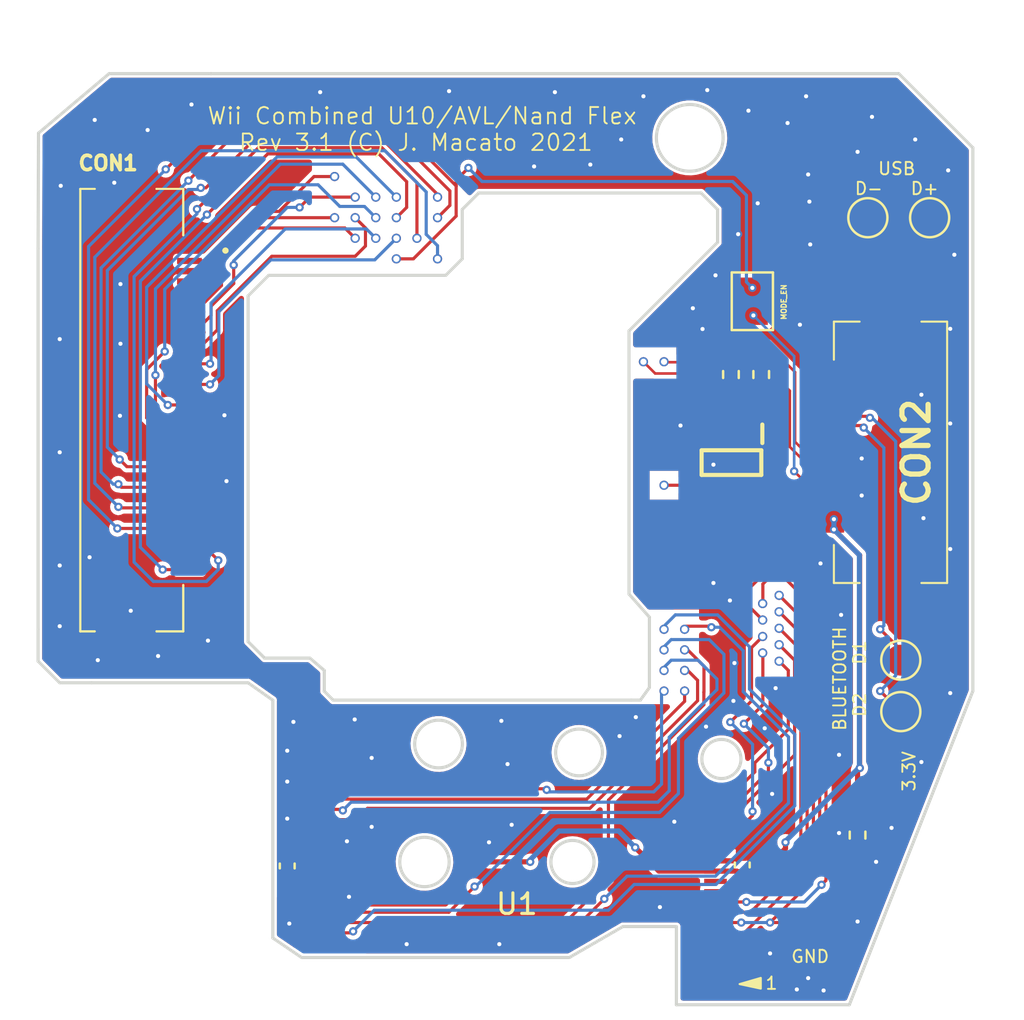
<source format=kicad_pcb>
(kicad_pcb (version 20210722) (generator pcbnew)
  (title_block (title "Wii Combined U10/AVL/Nand Flex ") (rev "3"))
  (layers (0 "F.Cu" signal) (31 "B.Cu" signal) (34 "B.Paste" user) (35 "F.Paste" user) (36 "B.SilkS" user "B.Silkscreen") (37 "F.SilkS" user "F.Silkscreen") (38 "B.Mask" user) (39 "F.Mask" user) (44 "Edge.Cuts" user))
  (net 0 "")
  (net 1 "Net-(J1-Pad1)")
  (net 2 "Net-(J2-Pad1)")
  (net 3 "Net-(J3-Pad1)")
  (net 4 "Net-(J4-Pad1)")
  (net 5 "Net-(J5-Pad1)")
  (net 6 "Net-(J6-Pad1)")
  (net 7 "Net-(J7-Pad1)")
  (net 8 "Net-(J8-Pad1)")
  (net 9 "Net-(J9-Pad1)")
  (net 10 "Net-(J10-Pad1)")
  (net 11 "Net-(J11-Pad1)")
  (net 12 "Net-(J12-Pad1)")
  (net 13 "Net-(J13-Pad1)")
  (net 14 "Net-(J14-Pad1)")
  (net 15 "Net-(J15-Pad1)")
  (net 16 "Net-(J16-Pad1)")
  (net 17 "Net-(J17-Pad1)")
  (net 18 "GND")
  (net 19 "+3V3")
  (net 20 "/SDA")
  (net 21 "/SCL")
  (net 22 "/MODE")
  (net 23 "/BCLK")
  (net 24 "/ADAT")
  (net 25 "/LRCK")
  (net 26 "/CSEL")
  (net 27 "/MHZ")
  (net 28 "/D7")
  (net 29 "/D6")
  (net 30 "/D5")
  (net 31 "/D4")
  (net 32 "/D3")
  (net 33 "/D2")
  (net 34 "/D1")
  (net 35 "/D0")
  (net 36 "/USB_D-")
  (net 37 "/USB_D+")
  (net 38 "/BT_D2")
  (net 39 "/BT_D1")
  (net 40 "/GCD2")
  (net 41 "/GCD1")
  (net 42 "/U10")
  (footprint "project_components:wii-single-via-0.45mm" (layer "F.Cu") (at 156.1 88.7)
    (fp_text reference "J15" hide)
    (fp_text value "Conn_01x01" hide)
  )
  (footprint "Capacitor_SMD:C_0402_1005Metric_Pad0.74x0.62mm_HandSolder" (layer "F.Cu") (at 158.9 99.15 -90)
    (fp_text reference "C1" hide)
    (fp_text value "Bypass Cap" hide)
  )
  (footprint "project_components:wii-single-via-0.45mm" (layer "F.Cu") (at 155.1 80.7)
    (fp_text reference "J36" hide)
    (fp_text value "Conn_01x01" hide)
  )
  (footprint "Resistor_SMD:R_0402_1005Metric_Pad0.72x0.64mm_HandSolder" (layer "F.Cu") (at 164.5 97.7 -90)
    (fp_text reference "R1" hide)
    (fp_text value "R" hide)
  )
  (footprint "project_components:wii-single-via-0.45mm" (layer "F.Cu") (at 144.1 69.7)
    (fp_text reference "J32" hide)
    (fp_text value "Conn_01x01" hide)
  )
  (footprint "project_components:wii-single-via-0.45mm" (layer "F.Cu") (at 144.1 67.7)
    (fp_text reference "J31" hide)
    (fp_text value "Conn_01x01" hide)
  )
  (footprint "project_components:wii-single-via-0.45mm" (layer "F.Cu") (at 140.1 66.7)
    (fp_text reference "J23" hide)
    (fp_text value "Conn_01x01" hide)
  )
  (footprint "TestPoint:TestPoint_Pad_D1.5mm" (layer "F.Cu") (at 166.6 91.7)
    (fp_text reference "TP2" hide)
    (fp_text value "TestPoint" hide)
  )
  (footprint "project_components:wii-single-via-0.45mm" (layer "F.Cu") (at 140.1 67.7)
    (fp_text reference "J24" hide)
    (fp_text value "Conn_01x01" hide)
  )
  (footprint "project_components:5051101692" (layer "F.Cu") (at 166.1 79.1 90)
    (fp_text reference "CON2")
    (fp_text value "5051101692" hide)
  )
  (footprint "project_components:wii-single-via-0.45mm" (layer "F.Cu") (at 155.1 74.7 180)
    (fp_text reference "J38" hide)
    (fp_text value "Conn_01x01" hide)
  )
  (footprint "Resistor_SMD:R_0402_1005Metric_Pad0.72x0.64mm_HandSolder" (layer "F.Cu") (at 158.35 75.32 90)
    (fp_text reference "R3" hide)
    (fp_text value "R")
  )
  (footprint "project_components:wii-single-via-0.45mm" (layer "F.Cu") (at 156.1 89.7)
    (fp_text reference "J13" hide)
    (fp_text value "Conn_01x01" hide)
  )
  (footprint "project_components:wii-single-via-0.45mm" (layer "F.Cu") (at 159.89 87.25)
    (fp_text reference "J4" hide)
    (fp_text value "Conn_01x01" hide)
  )
  (footprint "project_components:wii-single-via-0.45mm" (layer "F.Cu") (at 155.1 90.7)
    (fp_text reference "J10" hide)
    (fp_text value "Conn_01x01" hide)
  )
  (footprint "project_components:wii-single-via-0.45mm" (layer "F.Cu") (at 160.69 88.45)
    (fp_text reference "J7" hide)
    (fp_text value "Conn_01x01" hide)
  )
  (footprint "project_components:wii-single-via-0.45mm" (layer "F.Cu") (at 142.1 69.7)
    (fp_text reference "J33" hide)
    (fp_text value "Conn_01x01" hide)
  )
  (footprint "Jumper:SolderJumper-2_P1.3mm_Open_Pad1.0x1.5mm" (layer "F.Cu") (at 159.39 71.76 90)
    (fp_text reference "JP1" hide)
    (fp_text value "MODE_EN")
  )
  (footprint "project_components:wii-single-via-0.45mm" (layer "F.Cu") (at 144.1 66.7)
    (fp_text reference "J30" hide)
    (fp_text value "Conn_01x01" hide)
  )
  (footprint "project_components:wii-single-via-0.45mm" (layer "F.Cu") (at 155.1 89.7)
    (fp_text reference "J12" hide)
    (fp_text value "Conn_01x01" hide)
  )
  (footprint "project_components:wii-single-via-0.45mm" (layer "F.Cu") (at 142.1 67.7)
    (fp_text reference "J35" hide)
    (fp_text value "Conn_01x01" hide)
  )
  (footprint "project_components:wii-single-via-0.45mm" (layer "F.Cu") (at 154.1 74.7 180)
    (fp_text reference "J37" hide)
    (fp_text value "Conn_01x01" hide)
  )
  (footprint "project_components:wii-single-via-0.45mm" (layer "F.Cu") (at 141.1 67.7)
    (fp_text reference "J29" hide)
    (fp_text value "Conn_01x01" hide)
  )
  (footprint "Capacitor_SMD:C_0402_1005Metric_Pad0.74x0.62mm_HandSolder" (layer "F.Cu") (at 136.8 99.2 -90)
    (fp_text reference "C2" hide)
    (fp_text value "Bypass Cap" hide)
  )
  (footprint "project_components:SOT95P280X125-5N" (layer "F.Cu") (at 158.375 79.6 -90)
    (fp_text reference "U2" hide)
    (fp_text value "BD45302G-TR" hide)
  )
  (footprint "project_components:wii-single-via-0.45mm" (layer "F.Cu") (at 156.1 90.7)
    (fp_text reference "J11" hide)
    (fp_text value "Conn_01x01" hide)
  )
  (footprint "project_components:wii-single-via-0.45mm" (layer "F.Cu") (at 139.1 65.7)
    (fp_text reference "J20" hide)
    (fp_text value "Conn_01x01" hide)
  )
  (footprint "project_components:wii-single-via-0.45mm" (layer "F.Cu") (at 143.1 68.7)
    (fp_text reference "J34" hide)
    (fp_text value "Conn_01x01" hide)
  )
  (footprint "project_components:62684321100ALF" (layer "F.Cu") (at 130.3 77.05 -90)
    (fp_text reference "CON1")
    (fp_text value "62684-321100ALF" hide)
  )
  (footprint "project_components:wii-single-via-0.45mm" (layer "F.Cu") (at 160.69 86.85)
    (fp_text reference "J3" hide)
    (fp_text value "Conn_01x01" hide)
  )
  (footprint "project_components:wii-single-via-0.45mm" (layer "F.Cu") (at 159.89 88.05)
    (fp_text reference "J6" hide)
    (fp_text value "Conn_01x01" hide)
  )
  (footprint "project_components:wii-single-via-0.45mm" (layer "F.Cu") (at 140.1 68.7)
    (fp_text reference "J22" hide)
    (fp_text value "Conn_01x01" hide)
  )
  (footprint "Resistor_SMD:R_0402_1005Metric_Pad0.72x0.64mm_HandSolder" (layer "F.Cu") (at 159.82 75.32 90)
    (fp_text reference "R2" hide)
    (fp_text value "R")
  )
  (footprint "project_components:Wii-TSOP48-trimmed" (layer "F.Cu") (at 147.85 99.2 180)
    (fp_text reference "U1")
    (fp_text value "K9F4G08U0B" hide)
  )
  (footprint "project_components:wii-single-via-0.45mm" (layer "F.Cu") (at 159.89 88.85)
    (fp_text reference "J8" hide)
    (fp_text value "Conn_01x01" hide)
  )
  (footprint "project_components:wii-single-via-0.45mm" (layer "F.Cu") (at 160.69 87.65)
    (fp_text reference "J5" hide)
    (fp_text value "Conn_01x01" hide)
  )
  (footprint "project_components:wii-single-via-0.45mm" (layer "F.Cu") (at 160.69 89.25)
    (fp_text reference "J9" hide)
    (fp_text value "Conn_01x01" hide)
  )
  (footprint "project_components:wii-single-via-0.45mm" (layer "F.Cu") (at 142.1 68.7)
    (fp_text reference "J26" hide)
    (fp_text value "Conn_01x01" hide)
  )
  (footprint "project_components:wii-single-via-0.45mm" (layer "F.Cu") (at 160.69 86.05)
    (fp_text reference "J1" hide)
    (fp_text value "Conn_01x01" hide)
  )
  (footprint "project_components:wii-single-via-0.45mm" (layer "F.Cu") (at 155.1 87.7)
    (fp_text reference "J16" hide)
    (fp_text value "Conn_01x01" hide)
  )
  (footprint "TestPoint:TestPoint_Pad_D1.5mm" (layer "F.Cu") (at 168 67.7)
    (fp_text reference "TP3" hide)
    (fp_text value "TestPoint" hide)
  )
  (footprint "project_components:wii-single-via-0.45mm" (layer "F.Cu") (at 155.1 88.7)
    (fp_text reference "J14" hide)
    (fp_text value "Conn_01x01" hide)
  )
  (footprint "TestPoint:TestPoint_Pad_D1.5mm" (layer "F.Cu") (at 165 67.7)
    (fp_text reference "TP4" hide)
    (fp_text value "TestPoint" hide)
  )
  (footprint "project_components:wii-single-via-0.45mm" (layer "F.Cu") (at 141.1 66.7)
    (fp_text reference "J28" hide)
    (fp_text value "Conn_01x01" hide)
  )
  (footprint "TestPoint:TestPoint_Pad_D1.5mm" (layer "F.Cu") (at 166.6 89.2)
    (fp_text reference "TP1" hide)
    (fp_text value "TestPoint" hide)
  )
  (footprint "project_components:wii-single-via-0.45mm" (layer "F.Cu") (at 159.89 86.45)
    (fp_text reference "J2" hide)
    (fp_text value "Conn_01x01" hide)
  )
  (footprint "project_components:wii-single-via-0.45mm" (layer "F.Cu") (at 141.1 68.7)
    (fp_text reference "J25" hide)
    (fp_text value "Conn_01x01" hide)
  )
  (footprint "project_components:wii-single-via-0.45mm" (layer "F.Cu") (at 139.1 67.7)
    (fp_text reference "J21" hide)
    (fp_text value "Conn_01x01" hide)
  )
  (footprint "project_components:wii-single-via-0.45mm" (layer "F.Cu") (at 142.1 66.7)
    (fp_text reference "J27" hide)
    (fp_text value "Conn_01x01" hide)
  )
  (footprint "project_components:wii-single-via-0.45mm" (layer "F.Cu") (at 156.1 87.7)
    (fp_text reference "J17" hide)
    (fp_text value "Conn_01x01" hide)
  )
  (gr_poly (pts (xy 159.8 105.16) (xy 158.77 104.94) (xy 159.8 104.64)) (layer "F.SilkS") (width 0.1) (fill solid))
  (gr_line (start 153.4 85.99) (end 154.39 87.11) (layer "Edge.Cuts") (width 0.15))
  (gr_line (start 137.9 89.1) (end 138.6 89.7) (layer "Edge.Cuts") (width 0.15))
  (gr_line (start 154.39 90.53) (end 153.96 91.13) (layer "Edge.Cuts") (width 0.15))
  (gr_circle (center 143.466029 99.006254) (end 144.666029 99.006254) (layer "Edge.Cuts") (width 0.15) (fill none))
  (gr_line (start 145.3 69.7) (end 144.5 70.5) (layer "Edge.Cuts") (width 0.15))
  (gr_line (start 136.1 102.7) (end 137.5 103.65) (layer "Edge.Cuts") (width 0.15))
  (gr_line (start 157.7 67.3) (end 156.9 66.5) (layer "Edge.Cuts") (width 0.15))
  (gr_line (start 170.1 64.3) (end 166.5 60.7) (layer "Edge.Cuts") (width 0.15))
  (gr_line (start 127.3 90.3) (end 134.9 90.3) (layer "Edge.Cuts") (width 0.15))
  (gr_circle (center 156.35 63.820062) (end 157.964159 63.681884) (layer "Edge.Cuts") (width 0.15) (fill none))
  (gr_circle (center 150.972595 93.683416) (end 152.1 93.545238) (layer "Edge.Cuts") (width 0.15) (fill none))
  (gr_line (start 124.7 87.7) (end 124.7 69.2) (layer "Edge.Cuts") (width 0.15))
  (gr_line (start 164.1 105.945238) (end 170.1 90.7) (layer "Edge.Cuts") (width 0.15))
  (gr_line (start 134.9 71.5) (end 134.9 88.3) (layer "Edge.Cuts") (width 0.15))
  (gr_line (start 137.5 103.65) (end 150.5 103.65) (layer "Edge.Cuts") (width 0.15))
  (gr_line (start 136.1 91.145238) (end 136.1 102.7) (layer "Edge.Cuts") (width 0.15))
  (gr_line (start 153.1 102.145238) (end 150.5 103.65) (layer "Edge.Cuts") (width 0.15))
  (gr_circle (center 157.887735 94.001876) (end 158.837735 94.001876) (layer "Edge.Cuts") (width 0.15) (fill none))
  (gr_line (start 135.7 89.1) (end 137.9 89.1) (layer "Edge.Cuts") (width 0.15))
  (gr_line (start 153.4 73.2) (end 157.7 68.9) (layer "Edge.Cuts") (width 0.15))
  (gr_line (start 124.7 89.25) (end 125.75 90.3) (layer "Edge.Cuts") (width 0.15))
  (gr_line (start 146.1 66.5) (end 145.3 67.3) (layer "Edge.Cuts") (width 0.15))
  (gr_line (start 139.03 91.14) (end 153.51 91.14) (layer "Edge.Cuts") (width 0.15))
  (gr_line (start 153.51 91.14) (end 153.95 91.14) (layer "Edge.Cuts") (width 0.15))
  (gr_line (start 166.5 60.7) (end 133.1 60.7) (layer "Edge.Cuts") (width 0.15))
  (gr_line (start 134.9 90.3) (end 136.1 91.145238) (layer "Edge.Cuts") (width 0.15))
  (gr_line (start 153.4 73.2) (end 153.4 85.99) (layer "Edge.Cuts") (width 0.15))
  (gr_line (start 125.75 90.3) (end 127.3 90.3) (layer "Edge.Cuts") (width 0.15))
  (gr_line (start 157.7 67.3) (end 157.7 68.9) (layer "Edge.Cuts") (width 0.15))
  (gr_line (start 170.1 90.7) (end 170.1 64.3) (layer "Edge.Cuts") (width 0.15))
  (gr_line (start 155.7 102.145238) (end 155.7 105.945238) (layer "Edge.Cuts") (width 0.15))
  (gr_line (start 124.7 69.2) (end 124.718928 63.591756) (layer "Edge.Cuts") (width 0.15))
  (gr_line (start 154.39 87.11) (end 154.39 90.53) (layer "Edge.Cuts") (width 0.15))
  (gr_line (start 134.9 71.5) (end 135.9 70.5) (layer "Edge.Cuts") (width 0.15))
  (gr_line (start 164.1 105.945238) (end 155.7 105.945238) (layer "Edge.Cuts") (width 0.15))
  (gr_line (start 145.3 67.3) (end 145.3 69.7) (layer "Edge.Cuts") (width 0.15))
  (gr_line (start 134.9 88.3) (end 135.7 89.1) (layer "Edge.Cuts") (width 0.15))
  (gr_line (start 128.15 60.7) (end 124.718928 63.591756) (layer "Edge.Cuts") (width 0.15))
  (gr_line (start 156.9 66.5) (end 146.1 66.5) (layer "Edge.Cuts") (width 0.15))
  (gr_line (start 153.1 102.145238) (end 155.7 102.145238) (layer "Edge.Cuts") (width 0.15))
  (gr_circle (center 150.654135 99.006254) (end 151.7 98.945238) (layer "Edge.Cuts") (width 0.15) (fill none))
  (gr_line (start 153.96 91.13) (end 153.95 91.14) (layer "Edge.Cuts") (width 0.15))
  (gr_line (start 144.5 70.5) (end 135.9 70.5) (layer "Edge.Cuts") (width 0.15))
  (gr_line (start 138.6 89.7) (end 138.6 90.71) (layer "Edge.Cuts") (width 0.15))
  (gr_circle (center 144.148444 93.273967) (end 145.3 93.145238) (layer "Edge.Cuts") (width 0.15) (fill none))
  (gr_line (start 124.7 87.7) (end 124.7 89.25) (layer "Edge.Cuts") (width 0.15))
  (gr_line (start 138.6 90.71) (end 139.03 91.14) (layer "Edge.Cuts") (width 0.15))
  (gr_line (start 133.1 60.7) (end 128.15 60.7) (layer "Edge.Cuts") (width 0.15))
  (gr_text "3.3V" (at 167 94.6 90) (layer "F.SilkS") (effects (font (size 0.6 0.6) (thickness 0.09))))
  (gr_text "1" (at 160.32 104.9) (layer "F.SilkS") (effects (font (size 0.6 0.6) (thickness 0.09))))
  (gr_text "GND" (at 162.2 103.6) (layer "F.SilkS") (effects (font (size 0.6 0.6) (thickness 0.09))))
  (gr_text "Wii Combined U10/AVL/Nand Flex\nRev 3.1 (C) J. Macato 2021 \n" (at 143.35 63.4) (layer "F.SilkS") (effects (font (size 0.8 0.8) (thickness 0.09))))
  (gr_text "USB\nD-   D+\n" (at 166.4 65.8) (layer "F.SilkS") (effects (font (size 0.6 0.6) (thickness 0.09))))
  (gr_text "BLUETOOTH\nD2   D1\n\n" (at 164.6 90.1 90) (layer "F.SilkS") (effects (font (size 0.6 0.6) (thickness 0.09))))
  (segment (start 160.7 86.06) (end 162.35518 87.71518) (width 0.1524) (layer "F.Cu") (net 1))
  (segment (start 159 102.45) (end 157.6 102.45) (width 0.1524) (layer "F.Cu") (net 1))
  (segment (start 162.35518 99.09482) (end 159 102.45) (width 0.1524) (layer "F.Cu") (net 1))
  (segment (start 162.35518 87.71518) (end 162.35518 99.09482) (width 0.1524) (layer "F.Cu") (net 1))
  (segment (start 162.66 86.91) (end 160.95002 85.20002) (width 0.1524) (layer "F.Cu") (net 2))
  (segment (start 164.5 99.305) (end 164.5 98.2975) (width 0.127) (layer "F.Cu") (net 2))
  (segment (start 159.9 85.5) (end 159.9 86.35) (width 0.1524) (layer "F.Cu") (net 2))
  (segment (start 160.19998 85.20002) (end 159.9 85.5) (width 0.1524) (layer "F.Cu") (net 2))
  (segment (start 160.95002 85.20002) (end 160.19998 85.20002) (width 0.1524) (layer "F.Cu") (net 2))
  (segment (start 162.66 99.54) (end 162.66 86.91) (width 0.1524) (layer "F.Cu") (net 2))
  (segment (start 161.6 101.4) (end 162.405 101.4) (width 0.127) (layer "F.Cu") (net 2))
  (segment (start 160.25 101.95) (end 162.66 99.54) (width 0.1524) (layer "F.Cu") (net 2))
  (segment (start 160.25 101.95) (end 161.05 101.95) (width 0.1524) (layer "F.Cu") (net 2))
  (segment (start 161.05 101.95) (end 161.6 101.4) (width 0.1524) (layer "F.Cu") (net 2))
  (segment (start 157.6 101.95) (end 158.85 101.95) (width 0.1524) (layer "F.Cu") (net 2))
  (segment (start 162.405 101.4) (end 164.5 99.305) (width 0.127) (layer "F.Cu") (net 2))
  (via (at 160.25 101.95) (size 0.4) (drill 0.2) (layers "F.Cu" "B.Cu") (net 2))
  (via (at 158.85 101.95) (size 0.4) (drill 0.2) (layers "F.Cu" "B.Cu") (net 2))
  (segment (start 158.85 101.95) (end 160.25 101.95) (width 0.1524) (layer "B.Cu") (net 2))
  (segment (start 162.05036 88.21036) (end 162.05036 98.69964) (width 0.1524) (layer "F.Cu") (net 3))
  (segment (start 159.3 101.45) (end 157.6 101.45) (width 0.1524) (layer "F.Cu") (net 3))
  (segment (start 160.69 86.85) (end 162.05036 88.21036) (width 0.1524) (layer "F.Cu") (net 3))
  (segment (start 162.05036 98.69964) (end 159.3 101.45) (width 0.1524) (layer "F.Cu") (net 3))
  (segment (start 159.89 87.25) (end 159.25 86.61) (width 0.1524) (layer "F.Cu") (net 4))
  (segment (start 162.96482 86.78374) (end 162.96482 99.901197) (width 0.1524) (layer "F.Cu") (net 4))
  (segment (start 162.96482 99.901197) (end 162.75006 100.115957) (width 0.1524) (layer "F.Cu") (net 4))
  (segment (start 160.05 84.9) (end 160.06892 84.9) (width 0.1524) (layer "F.Cu") (net 4))
  (segment (start 159.25 86.61) (end 159.25 85.7) (width 0.1524) (layer "F.Cu") (net 4))
  (segment (start 159.25 85.7) (end 160.05 84.9) (width 0.1524) (layer "F.Cu") (net 4))
  (segment (start 160.07372 84.8952) (end 161.076281 84.895201) (width 0.1524) (layer "F.Cu") (net 4))
  (segment (start 161.076281 84.895201) (end 162.96482 86.78374) (width 0.1524) (layer "F.Cu") (net 4))
  (segment (start 157.6 100.95) (end 159.1 100.95) (width 0.1524) (layer "F.Cu") (net 4))
  (segment (start 160.06892 84.9) (end 160.07372 84.8952) (width 0.1524) (layer "F.Cu") (net 4))
  (via (at 162.75006 100.115957) (size 0.4) (drill 0.2) (layers "F.Cu" "B.Cu") (net 4))
  (via (at 159.1 100.95) (size 0.4) (drill 0.2) (layers "F.Cu" "B.Cu") (net 4))
  (segment (start 159.1 100.95) (end 161.916017 100.95) (width 0.1524) (layer "B.Cu") (net 4))
  (segment (start 161.916017 100.95) (end 162.75006 100.115957) (width 0.1524) (layer "B.Cu") (net 4))
  (segment (start 159.6 100.45) (end 157.6 100.45) (width 0.1524) (layer "F.Cu") (net 5))
  (segment (start 161.74554 98.30446) (end 159.6 100.45) (width 0.1524) (layer "F.Cu") (net 5))
  (segment (start 161.74554 88.70554) (end 161.74554 98.30446) (width 0.1524) (layer "F.Cu") (net 5))
  (segment (start 160.69 87.65) (end 161.74554 88.70554) (width 0.1524) (layer "F.Cu") (net 5))
  (segment (start 159.349989 88.590011) (end 159.9 88.04) (width 0.1524) (layer "F.Cu") (net 6))
  (segment (start 159.4 96.75) (end 159.4 96.55) (width 0.1524) (layer "F.Cu") (net 6))
  (segment (start 158.32 92.21) (end 159.349989 91.180011) (width 0.1524) (layer "F.Cu") (net 6))
  (segment (start 157.6 97.45) (end 158.7 97.45) (width 0.1524) (layer "F.Cu") (net 6))
  (segment (start 158.7 97.45) (end 159.4 96.75) (width 0.1524) (layer "F.Cu") (net 6))
  (segment (start 159.349989 91.180011) (end 159.349989 88.590011) (width 0.1524) (layer "F.Cu") (net 6))
  (via (at 159.4 96.55) (size 0.4) (drill 0.2) (layers "F.Cu" "B.Cu") (net 6))
  (via (at 158.32 92.21) (size 0.4) (drill 0.2) (layers "F.Cu" "B.Cu") (net 6))
  (segment (start 158.32 92.21) (end 159.4 93.29) (width 0.1524) (layer "B.Cu") (net 6))
  (segment (start 159.4 93.29) (end 159.4 96.55) (width 0.1524) (layer "B.Cu") (net 6))
  (segment (start 160.7 88.46) (end 161.44072 89.20072) (width 0.1524) (layer "F.Cu") (net 7))
  (segment (start 161.44072 93.80928) (end 158.3 96.95) (width 0.1524) (layer "F.Cu") (net 7))
  (segment (start 161.44072 89.20072) (end 161.44072 93.80928) (width 0.1524) (layer "F.Cu") (net 7))
  (segment (start 158.3 96.95) (end 157.6 96.95) (width 0.1524) (layer "F.Cu") (net 7))
  (segment (start 157.6 96.45) (end 158.33 96.45) (width 0.1524) (layer "F.Cu") (net 8))
  (segment (start 158.33 96.45) (end 160.169311 94.610689) (width 0.1524) (layer "F.Cu") (net 8))
  (segment (start 158.98 92.29) (end 159.9 91.37) (width 0.1524) (layer "F.Cu") (net 8))
  (segment (start 160.169311 94.610689) (end 160.169311 94.180689) (width 0.1524) (layer "F.Cu") (net 8))
  (segment (start 159.9 91.37) (end 159.9 88.86) (width 0.1524) (layer "F.Cu") (net 8))
  (via (at 160.169311 94.180689) (size 0.4) (drill 0.2) (layers "F.Cu" "B.Cu") (net 8))
  (via (at 158.98 92.29) (size 0.4) (drill 0.2) (layers "F.Cu" "B.Cu") (net 8))
  (segment (start 158.98 92.29) (end 160.169311 93.479311) (width 0.1524) (layer "B.Cu") (net 8))
  (segment (start 160.169311 93.479311) (end 160.169311 94.180689) (width 0.1524) (layer "B.Cu") (net 8))
  (segment (start 161.1359 92.5641) (end 161.1359 89.6959) (width 0.1524) (layer "F.Cu") (net 9))
  (segment (start 158.19 95.95) (end 159.51 94.63) (width 0.1524) (layer "F.Cu") (net 9))
  (segment (start 159.51 94.19) (end 161.1359 92.5641) (width 0.1524) (layer "F.Cu") (net 9))
  (segment (start 159.51 94.63) (end 159.51 94.19) (width 0.1524) (layer "F.Cu") (net 9))
  (segment (start 157.6 95.95) (end 158.19 95.95) (width 0.1524) (layer "F.Cu") (net 9))
  (segment (start 161.1359 89.6959) (end 160.7 89.26) (width 0.1524) (layer "F.Cu") (net 9))
  (segment (start 149.35 95.45) (end 138.1 95.45) (width 0.1524) (layer "F.Cu") (net 10))
  (segment (start 149.4 95.5) (end 149.35 95.45) (width 0.1524) (layer "F.Cu") (net 10))
  (via (at 149.4 95.5) (size 0.4) (drill 0.2) (layers "F.Cu" "B.Cu") (net 10))
  (segment (start 149.4 95.5) (end 149.5 95.6) (width 0.1524) (layer "B.Cu") (net 10))
  (segment (start 154.98 90.82) (end 155.1 90.7) (width 0.1524) (layer "B.Cu") (net 10))
  (segment (start 149.5 95.6) (end 154.6 95.6) (width 0.1524) (layer "B.Cu") (net 10))
  (segment (start 154.98 95.22) (end 154.98 90.82) (width 0.1524) (layer "B.Cu") (net 10))
  (segment (start 154.6 95.6) (end 154.98 95.22) (width 0.1524) (layer "B.Cu") (net 10))
  (segment (start 156.1 91.2) (end 151.35 95.95) (width 0.1524) (layer "F.Cu") (net 11))
  (segment (start 156.1 90.55) (end 156.1 91.2) (width 0.1524) (layer "F.Cu") (net 11))
  (segment (start 151.35 95.95) (end 138.1 95.95) (width 0.1524) (layer "F.Cu") (net 11))
  (segment (start 139.45 96.45) (end 139.5 96.5) (width 0.1524) (layer "F.Cu") (net 12))
  (segment (start 138.1 96.45) (end 139.45 96.45) (width 0.1524) (layer "F.Cu") (net 12))
  (via (at 139.5 96.5) (size 0.4) (drill 0.2) (layers "F.Cu" "B.Cu") (net 12))
  (segment (start 157.67 90.12) (end 156.75 89.2) (width 0.1524) (layer "B.Cu") (net 12))
  (segment (start 157.67 90.63) (end 157.67 90.12) (width 0.1524) (layer "B.Cu") (net 12))
  (segment (start 139.9 96.1) (end 154.8 96.1) (width 0.1524) (layer "B.Cu") (net 12))
  (segment (start 154.8 96.1) (end 155.35402 95.54598) (width 0.1524) (layer "B.Cu") (net 12))
  (segment (start 155.35402 95.54598) (end 155.35402 92.94598) (width 0.1524) (layer "B.Cu") (net 12))
  (segment (start 155.45 89.2) (end 155.1 89.55) (width 0.1524) (layer "B.Cu") (net 12))
  (segment (start 139.5 96.5) (end 139.9 96.1) (width 0.1524) (layer "B.Cu") (net 12))
  (segment (start 156.75 89.2) (end 155.45 89.2) (width 0.1524) (layer "B.Cu") (net 12))
  (segment (start 155.35402 92.94598) (end 157.67 90.63) (width 0.1524) (layer "B.Cu") (net 12))
  (segment (start 156.73 90.18) (end 156.73 91.17) (width 0.1524) (layer "F.Cu") (net 13))
  (segment (start 140.15 96.95) (end 138.1 96.95) (width 0.1524) (layer "F.Cu") (net 13))
  (segment (start 151.5 96.4) (end 140.7 96.4) (width 0.1524) (layer "F.Cu") (net 13))
  (segment (start 140.7 96.4) (end 140.15 96.95) (width 0.1524) (layer "F.Cu") (net 13))
  (segment (start 156.1 89.55) (end 156.73 90.18) (width 0.1524) (layer "F.Cu") (net 13))
  (segment (start 156.73 91.17) (end 151.5 96.4) (width 0.1524) (layer "F.Cu") (net 13))
  (segment (start 145.9 100.2) (end 144.65 101.45) (width 0.1524) (layer "F.Cu") (net 14))
  (segment (start 144.65 101.45) (end 138.1 101.45) (width 0.1524) (layer "F.Cu") (net 14))
  (via (at 145.9 100.2) (size 0.4) (drill 0.2) (layers "F.Cu" "B.Cu") (net 14))
  (segment (start 155.8 93) (end 158.01 90.79) (width 0.1524) (layer "B.Cu") (net 14))
  (segment (start 149.55 96.6) (end 154.88108 96.6) (width 0.1524) (layer "B.Cu") (net 14))
  (segment (start 158.01 90.79) (end 158.01 88.915548) (width 0.1524) (layer "B.Cu") (net 14))
  (segment (start 154.88108 96.6) (end 155.8 95.68108) (width 0.1524) (layer "B.Cu") (net 14))
  (segment (start 145.95 100.2) (end 149.55 96.6) (width 0.1524) (layer "B.Cu") (net 14))
  (segment (start 145.9 100.2) (end 145.95 100.2) (width 0.1524) (layer "B.Cu") (net 14))
  (segment (start 157.294452 88.2) (end 155.45 88.2) (width 0.1524) (layer "B.Cu") (net 14))
  (segment (start 158.01 88.915548) (end 157.294452 88.2) (width 0.1524) (layer "B.Cu") (net 14))
  (segment (start 155.8 95.68108) (end 155.8 93) (width 0.1524) (layer "B.Cu") (net 14))
  (segment (start 155.45 88.2) (end 155.1 88.55) (width 0.1524) (layer "B.Cu") (net 14))
  (segment (start 157.03482 90.75518) (end 157.03482 91.36518) (width 0.1524) (layer "F.Cu") (net 15))
  (segment (start 157.03482 91.36518) (end 152.4 96) (width 0.1524) (layer "F.Cu") (net 15))
  (segment (start 150.3 101.95) (end 138.1 101.95) (width 0.1524) (layer "F.Cu") (net 15))
  (segment (start 156.1 88.55) (end 157.04 89.49) (width 0.1524) (layer "F.Cu") (net 15))
  (segment (start 152.4 96) (end 152.4 99.85) (width 0.1524) (layer "F.Cu") (net 15))
  (segment (start 157.04 89.49) (end 157.04 90.75) (width 0.1524) (layer "F.Cu") (net 15))
  (segment (start 157.04 90.75) (end 157.03482 90.75518) (width 0.1524) (layer "F.Cu") (net 15))
  (segment (start 152.4 99.85) (end 150.3 101.95) (width 0.1524) (layer "F.Cu") (net 15))
  (segment (start 140 102.3781) (end 139.9281 102.45) (width 0.1524) (layer "F.Cu") (net 16))
  (segment (start 139.9281 102.45) (end 138.1 102.45) (width 0.1524) (layer "F.Cu") (net 16))
  (via (at 140 102.3781) (size 0.4) (drill 0.2) (layers "F.Cu" "B.Cu") (net 16))
  (segment (start 155.65 87) (end 155.1 87.55) (width 0.1524) (layer "B.Cu") (net 16))
  (segment (start 140 102.3781) (end 141.0281 101.35) (width 0.1524) (layer "B.Cu") (net 16))
  (segment (start 141.0281 101.35) (end 152.4 101.35) (width 0.1524) (layer "B.Cu") (net 16))
  (segment (start 159.2508 90.604666) (end 159.2508 88.5508) (width 0.1524) (layer "B.Cu") (net 16))
  (segment (start 153.65 100.1) (end 157.621842 100.1) (width 0.1524) (layer "B.Cu") (net 16))
  (segment (start 157.7 87) (end 155.65 87) (width 0.1524) (layer "B.Cu") (net 16))
  (segment (start 161.4508 92.804666) (end 159.2508 90.604666) (width 0.1524) (layer "B.Cu") (net 16))
  (segment (start 152.4 101.35) (end 153.65 100.1) (width 0.1524) (layer "B.Cu") (net 16))
  (segment (start 159.2508 88.5508) (end 157.7 87) (width 0.1524) (layer "B.Cu") (net 16))
  (segment (start 157.621842 100.1) (end 161.450799 96.271043) (width 0.1524) (layer "B.Cu") (net 16))
  (segment (start 161.450799 96.271043) (end 161.4508 92.804666) (width 0.1524) (layer "B.Cu") (net 16))
  (segment (start 140.55 102.95) (end 140.719189 102.780811) (width 0.127) (layer "F.Cu") (net 17))
  (segment (start 157.4 87.6) (end 157.35 87.55) (width 0.1524) (layer "F.Cu") (net 17))
  (segment (start 138.1 102.95) (end 140.55 102.95) (width 0.127) (layer "F.Cu") (net 17))
  (segment (start 150.6 102.4) (end 141.1 102.4) (width 0.1524) (layer "F.Cu") (net 17))
  (segment (start 157.35 87.55) (end 156.1 87.55) (width 0.1524) (layer "F.Cu") (net 17))
  (segment (start 141.1 102.4) (end 140.719189 102.780811) (width 0.1524) (layer "F.Cu") (net 17))
  (segment (start 152.2 100.8) (end 150.6 102.4) (width 0.1524) (layer "F.Cu") (net 17))
  (via (at 152.2 100.8) (size 0.4) (drill 0.2) (layers "F.Cu" "B.Cu") (net 17))
  (via (at 157.4 87.6) (size 0.4) (drill 0.2) (layers "F.Cu" "B.Cu") (net 17))
  (segment (start 157.8 87.6) (end 158.94598 88.74598) (width 0.1524) (layer "B.Cu") (net 17))
  (segment (start 153.30402 99.69598) (end 152.2 100.8) (width 0.1524) (layer "B.Cu") (net 17))
  (segment (start 161.14598 96.144782) (end 157.594782 99.69598) (width 0.1524) (layer "B.Cu") (net 17))
  (segment (start 158.94598 88.74598) (end 158.94598 90.730926) (width 0.1524) (layer "B.Cu") (net 17))
  (segment (start 158.94598 90.730926) (end 161.14598 92.930926) (width 0.1524) (layer "B.Cu") (net 17))
  (segment (start 161.14598 92.930926) (end 161.14598 96.144782) (width 0.1524) (layer "B.Cu") (net 17))
  (segment (start 157.4 87.6) (end 157.8 87.6) (width 0.1524) (layer "B.Cu") (net 17))
  (segment (start 156.44598 99.69598) (end 153.30402 99.69598) (width 0.1524) (layer "B.Cu") (net 17))
  (segment (start 157.594782 99.69598) (end 156.44598 99.69598) (width 0.1524) (layer "B.Cu") (net 17))
  (segment (start 157.6 98.95) (end 158.5325 98.95) (width 0.25) (layer "F.Cu") (net 18))
  (segment (start 158.5325 98.95) (end 158.9 98.5825) (width 0.25) (layer "F.Cu") (net 18))
  (via (at 146.6 98.05) (size 0.4) (drill 0.2) (layers "F.Cu" "B.Cu") (net 18))
  (via (at 128.4 66) (size 0.4) (drill 0.2) (layers "F.Cu" "B.Cu") (net 18))
  (via (at 167.6 94.15) (size 0.4) (drill 0.2) (layers "F.Cu" "B.Cu") (net 18))
  (via (at 154.9 101.2) (size 0.4) (drill 0.2) (layers "F.Cu" "B.Cu") (net 18))
  (via (at 157.5 85.45) (size 0.4) (drill 0.2) (layers "F.Cu" "B.Cu") (net 18))
  (via (at 158.7 68.5) (size 0.4) (drill 0.2) (layers "F.Cu" "B.Cu") (net 18))
  (via (at 165.4 99) (size 0.4) (drill 0.2) (layers "F.Cu" "B.Cu") (net 18))
  (via (at 125.75 79.1) (size 0.4) (drill 0.2) (layers "F.Cu" "B.Cu") (net 18))
  (via (at 132.95 88.25) (size 0.4) (drill 0.2) (layers "F.Cu" "B.Cu") (net 18))
  (via (at 157.5 79.7) (size 0.4) (drill 0.2) (layers "F.Cu" "B.Cu") (net 18))
  (via (at 163.6 93.8) (size 0.4) (drill 0.2) (layers "F.Cu" "B.Cu") (net 18))
  (via (at 165.2 62.8) (size 0.4) (drill 0.2) (layers "F.Cu" "B.Cu") (net 18))
  (via (at 164.5 64.5) (size 0.4) (drill 0.2) (layers "F.Cu" "B.Cu") (net 18))
  (via (at 152.94 92.89) (size 0.4) (drill 0.2) (layers "F.Cu" "B.Cu") (net 18))
  (via (at 127.45 62.95) (size 0.4) (drill 0.2) (layers "F.Cu" "B.Cu") (net 18))
  (via (at 157.14 92.43) (size 0.4) (drill 0.2) (layers "F.Cu" "B.Cu") (net 18))
  (via (at 169 83.8) (size 0.4) (drill 0.2) (layers "F.Cu" "B.Cu") (net 18))
  (via (at 156.5 72.1) (size 0.4) (drill 0.2) (layers "F.Cu" "B.Cu") (net 18))
  (via (at 147.1 103) (size 0.4) (drill 0.2) (layers "F.Cu" "B.Cu") (net 18))
  (via (at 161.1 63.1) (size 0.4) (drill 0.2) (layers "F.Cu" "B.Cu") (net 18))
  (via (at 158.52 89.34) (size 0.4) (drill 0.2) (layers "F.Cu" "B.Cu") (net 18))
  (via (at 125.75 73.6) (size 0.4) (drill 0.2) (layers "F.Cu" "B.Cu") (net 18))
  (via (at 148.79 65.21) (size 0.4) (drill 0.2) (layers "F.Cu" "B.Cu") (net 18))
  (via (at 140.077023 92.081203) (size 0.4) (drill 0.2) (layers "F.Cu" "B.Cu") (net 18))
  (via (at 169 90.8) (size 0.4) (drill 0.2) (layers "F.Cu" "B.Cu") (net 18))
  (via (at 137.1 92.2) (size 0.4) (drill 0.2) (layers "F.Cu" "B.Cu") (net 18))
  (via (at 167.6 76.3) (size 0.4) (drill 0.2) (layers "F.Cu" "B.Cu") (net 18))
  (via (at 161.7 72.9) (size 0.4) (drill 0.2) (layers "F.Cu" "B.Cu") (net 18))
  (via (at 127.2 84.2) (size 0.4) (drill 0.2) (layers "F.Cu" "B.Cu") (net 18))
  (via (at 157.2 61.5) (size 0.4) (drill 0.2) (layers "F.Cu" "B.Cu") (net 18))
  (via (at 159.99 92.51) (size 0.4) (drill 0.2) (layers "F.Cu" "B.Cu") (net 18))
  (via (at 162 61.8) (size 0.4) (drill 0.2) (layers "F.Cu" "B.Cu") (net 18))
  (via (at 125.75 87.55) (size 0.4) (drill 0.2) (layers "F.Cu" "B.Cu") (net 18))
  (via (at 163.7 87) (size 0.4) (drill 0.2) (layers "F.Cu" "B.Cu") (net 18))
  (via (at 130.02 63.44) (size 0.4) (drill 0.2) (layers "F.Cu" "B.Cu") (net 18))
  (via (at 142.6 103) (size 0.4) (drill 0.2) (layers "F.Cu" "B.Cu") (net 18))
  (via (at 169.2 69.5) (size 0.4) (drill 0.2) (layers "F.Cu" "B.Cu") (net 18))
  (via (at 136.9 102) (size 0.4) (drill 0.2) (layers "F.Cu" "B.Cu") (net 18))
  (via (at 164.7 81.2) (size 0.4) (drill 0.2) (layers "F.Cu" "B.Cu") (net 18))
  (via (at 161.55 105.2) (size 0.4) (drill 0.2) (layers "F.Cu" "B.Cu") (net 18))
  (via (at 169 77.7) (size 0.4) (drill 0.2) (layers "F.Cu" "B.Cu") (net 18))
  (via (at 133.85 80.5) (size 0.4) (drill 0.2) (layers "F.Cu" "B.Cu") (net 18))
  (via (at 159.65 67) (size 0.4) (drill 0.2) (layers "F.Cu" "B.Cu") (net 18))
  (via (at 140.9 93.95) (size 0.4) (drill 0.2) (layers "F.Cu" "B.Cu") (net 18))
  (via (at 132.15 62.2) (size 0.4) (drill 0.2) (layers "F.Cu" "B.Cu") (net 18))
  (via (at 162.2 69) (size 0.4) (drill 0.2) (layers "F.Cu" "B.Cu") (net 18))
  (via (at 156.97 73.11) (size 0.4) (drill 0.2) (layers "F.Cu" "B.Cu") (net 18))
  (via (at 149.8 61.6) (size 0.4) (drill 0.2) (layers "F.Cu" "B.Cu") (net 18))
  (via (at 147.2 92.15) (size 0.4) (drill 0.2) (layers "F.Cu" "B.Cu") (net 18))
  (via (at 162.1 65.6) (size 0.4) (drill 0.2) (layers "F.Cu" "B.Cu") (net 18))
  (via (at 164.7 79.4) (size 0.4) (drill 0.2) (layers "F.Cu" "B.Cu") (net 18))
  (via (at 128.7 73.825) (size 0.4) (drill 0.2) (layers "F.Cu" "B.Cu") (net 18))
  (via (at 155.6 97.05) (size 0.4) (drill 0.2) (layers "F.Cu" "B.Cu") (net 18))
  (via (at 162.7 84.5) (size 0.4) (drill 0.2) (layers "F.Cu" "B.Cu") (net 18))
  (via (at 160.52 90.56) (size 0.4) (drill 0.2) (layers "F.Cu" "B.Cu") (net 18))
  (via (at 129.2 86.8) (size 0.4) (drill 0.2) (layers "F.Cu" "B.Cu") (net 18))
  (via (at 157.6 70.5) (size 0.4) (drill 0.2) (layers "F.Cu" "B.Cu") (net 18))
  (via (at 130.528435 88.999225) (size 0.4) (drill 0.2) (layers "F.Cu" "B.Cu") (net 18))
  (via (at 167.3 63.9) (size 0.4) (drill 0.2) (layers "F.Cu" "B.Cu") (net 18))
  (via (at 128.675 77.325) (size 0.4) (drill 0.2) (layers "F.Cu" "B.Cu") (net 18))
  (via (at 136.8 96.9) (size 0.4) (drill 0.2) (layers "F.Cu" "B.Cu") (net 18))
  (via (at 128.7 70.925) (size 0.4) (drill 0.2) (layers "F.Cu" "B.Cu") (net 18))
  (via (at 125.75 84.6) (size 0.4) (drill 0.2) (layers "F.Cu" "B.Cu") (net 18))
  (via (at 154.1 61.8) (size 0.4) (drill 0.2) (layers "F.Cu" "B.Cu") (net 18))
  (via (at 153.73 91.97) (size 0.4) (drill 0.2) (layers "F.Cu" "B.Cu") (net 18))
  (via (at 136.8 95.1) (size 0.4) (drill 0.2) (layers "F.Cu" "B.Cu") (net 18))
  (via (at 151.52 65.12) (size 0.4) (drill 0.2) (layers "F.Cu" "B.Cu") (net 18))
  (via (at 169 73.1) (size 0.4) (drill 0.2) (layers "F.Cu" "B.Cu") (net 18))
  (via (at 163.6 97.6) (size 0.4) (drill 0.2) (layers "F.Cu" "B.Cu") (net 18))
  (via (at 144.66 61.55) (size 0.4) (drill 0.2) (layers "F.Cu" "B.Cu") (net 18))
  (via (at 139.8 100.7) (size 0.4) (drill 0.2) (layers "F.Cu" "B.Cu") (net 18))
  (via (at 166.15 97.35) (size 0.4) (drill 0.2) (layers "F.Cu" "B.Cu") (net 18))
  (via (at 160.35 95.7) (size 0.4) (drill 0.2) (layers "F.Cu" "B.Cu") (net 18))
  (via (at 147.5 94.25) (size 0.4) (drill 0.2) (layers "F.Cu" "B.Cu") (net 18))
  (via (at 164.5 101.9) (size 0.4) (drill 0.2) (layers "F.Cu" "B.Cu") (net 18))
  (via (at 127.6 89.2) (size 0.4) (drill 0.2) (layers "F.Cu" "B.Cu") (net 18))
  (via (at 162.85 105.25) (size 0.4) (drill 0.2) (layers "F.Cu" "B.Cu") (net 18))
  (via (at 147.7 97.2) (size 0.4) (drill 0.2) (layers "F.Cu" "B.Cu") (net 18))
  (via (at 125.8 66.15) (size 0.4) (drill 0.2) (layers "F.Cu" "B.Cu") (net 18))
  (via (at 155.9 77.8) (size 0.4) (drill 0.2) (layers "F.Cu" "B.Cu") (net 18))
  (via (at 140.9 97.3) (size 0.4) (drill 0.2) (layers "F.Cu" "B.Cu") (net 18))
  (via (at 159.2 62.5) (size 0.4) (drill 0.2) (layers "F.Cu" "B.Cu") (net 18))
  (via (at 158.47 91.18) (size 0.4) (drill 0.2) (layers "F.Cu" "B.Cu") (net 18))
  (via (at 162.1 104.65) (size 0.4) (drill 0.2) (layers "F.Cu" "B.Cu") (net 18))
  (via (at 158.3 86.3) (size 0.4) (drill 0.2) (layers "F.Cu" "B.Cu") (net 18))
  (via (at 160.25 103.45) (size 0.4) (drill 0.2) (layers "F.Cu" "B.Cu") (net 18))
  (via (at 167.7 82.3) (size 0.4) (drill 0.2) (layers "F.Cu" "B.Cu") (net 18))
  (via (at 168.9 65.4) (size 0.4) (drill 0.2) (layers "F.Cu" "B.Cu") (net 18))
  (via (at 153.02 63.9) (size 0.4) (drill 0.2) (layers "F.Cu" "B.Cu") (net 18))
  (via (at 139.7 98) (size 0.4) (drill 0.2) (layers "F.Cu" "B.Cu") (net 18))
  (via (at 138.4 61.6) (size 0.4) (drill 0.2) (layers "F.Cu" "B.Cu") (net 18))
  (via (at 162.16 66.92) (size 0.4) (drill 0.2) (layers "F.Cu" "B.Cu") (net 18))
  (via (at 136.8 93.6) (size 0.4) (drill 0.2) (layers "F.Cu" "B.Cu") (net 18))
  (via (at 133.75 77.3) (size 0.4) (drill 0.2) (layers "F.Cu" "B.Cu") (net 18))
  (segment (start 164.61 94.44) (end 164.6 94.43) (width 0.25) (layer "F.Cu") (net 19))
  (segment (start 162.4 81) (end 162.53 81) (width 0.127) (layer "F.Cu") (net 19))
  (segment (start 164.5 94.55) (end 164.5 97.1025) (width 0.25) (layer "F.Cu") (net 19))
  (segment (start 159.325 81) (end 162.53 81) (width 0.5) (layer "F.Cu") (net 19))
  (segment (start 161 98.35) (end 159.6325 99.7175) (width 0.25) (layer "F.Cu") (net 19))
  (segment (start 164.6 94.43) (end 164.6 84.1) (width 0.25) (layer "F.Cu") (net 19))
  (segment (start 146.6 99) (end 144.9 97.3) (width 0.25) (layer "F.Cu") (net 19))
  (segment (start 144.9 97.3) (end 142.2 97.3) (width 0.25) (layer "F.Cu") (net 19))
  (segment (start 161 98.05) (end 161 98.35) (width 0.25) (layer "F.Cu") (net 19))
  (segment (start 159.82 75.9175) (end 160.77 76.8675) (width 0.5) (layer "F.Cu") (net 19))
  (segment (start 164.6 84.1) (end 163.35 82.85) (width 0.25) (layer "F.Cu") (net 19))
  (segment (start 162.53 81) (end 163.35 81) (width 0.5) (layer "F.Cu") (net 19))
  (segment (start 161.42 80.02) (end 162.4 81) (width 0.127) (layer "F.Cu") (net 19))
  (segment (start 157.6 99.45) (end 158.6325 99.45) (width 0.25) (layer "F.Cu") (net 19))
  (segment (start 164.61 94.44) (end 164.5 94.55) (width 0.25) (layer "F.Cu") (net 19))
  (segment (start 154.85 99.45) (end 157.6 99.45) (width 0.25) (layer "F.Cu") (net 19))
  (segment (start 163.35 81.45) (end 163.35 81.35) (width 0.25) (layer "F.Cu") (net 19))
  (segment (start 158.35 75.9175) (end 159.82 75.9175) (width 0.5) (layer "F.Cu") (net 19))
  (segment (start 138.1 99.45) (end 137.1175 99.45) (width 0.25) (layer "F.Cu") (net 19))
  (segment (start 160.77 76.8675) (end 160.77 79.555) (width 0.5) (layer "F.Cu") (net 19))
  (segment (start 142.2 97.3) (end 140.05 99.45) (width 0.25) (layer "F.Cu") (net 19))
  (segment (start 160.77 79.555) (end 159.325 81) (width 0.5) (layer "F.Cu") (net 19))
  (segment (start 159.39 72.41) (end 159.4 72.41) (width 0.127) (layer "F.Cu") (net 19))
  (segment (start 148.6 99) (end 146.6 99) (width 0.25) (layer "F.Cu") (net 19))
  (segment (start 163.35 82.85) (end 163.35 81.45) (width 0.25) (layer "F.Cu") (net 19))
  (segment (start 163.35 81) (end 163.35 81.35) (width 0.25) (layer "F.Cu") (net 19))
  (segment (start 140.05 99.45) (end 138.1 99.45) (width 0.25) (layer "F.Cu") (net 19))
  (segment (start 159.4 72.41) (end 159.44 72.45) (width 0.127) (layer "F.Cu") (net 19))
  (segment (start 153.7 98.3) (end 154.85 99.45) (width 0.25) (layer "F.Cu") (net 19))
  (segment (start 137.1175 99.45) (end 136.8 99.7675) (width 0.25) (layer "F.Cu") (net 19))
  (segment (start 158.9 99.7175) (end 159.6325 99.7175) (width 0.25) (layer "F.Cu") (net 19))
  (segment (start 158.6325 99.45) (end 158.9 99.7175) (width 0.25) (layer "F.Cu") (net 19))
  (via (at 164.61 94.44) (size 0.4) (drill 0.2) (layers "F.Cu" "B.Cu") (net 19))
  (via (at 163.35 82.85) (size 0.4) (drill 0.2) (layers "F.Cu" "B.Cu") (net 19))
  (via (at 159.44 72.45) (size 0.4) (drill 0.2) (layers "F.Cu" "B.Cu") (net 19))
  (via (at 163.35 82.35) (size 0.4) (drill 0.2) (layers "F.Cu" "B.Cu") (net 19))
  (via (at 153.7 98.3) (size 0.4) (drill 0.2) (layers "F.Cu" "B.Cu") (net 19))
  (via (at 161 98.05) (size 0.4) (drill 0.2) (layers "F.Cu" "B.Cu") (net 19))
  (via (at 161.42 80.02) (size 0.4) (drill 0.2) (layers "F.Cu" "B.Cu") (net 19))
  (via (at 148.6 99) (size 0.4) (drill 0.2) (layers "F.Cu" "B.Cu") (net 19))
  (segment (start 148.6 98.9) (end 148.6 99) (width 0.25) (layer "B.Cu") (net 19))
  (segment (start 153.7 98.3) (end 152.9 97.5) (width 0.25) (layer "B.Cu") (net 19))
  (segment (start 164.59 84.09) (end 163.35 82.85) (width 0.25) (layer "B.Cu") (net 19))
  (segment (start 164.26501 94.73501) (end 164.59 94.41002) (width 0.25) (layer "B.Cu") (net 19))
  (segment (start 163.35 82.85) (end 163.35 82.48) (width 0.25) (layer "B.Cu") (net 19))
  (segment (start 164.26501 94.73501) (end 161 98.00002) (width 0.25) (layer "B.Cu") (net 19))
  (segment (start 152.9 97.5) (end 150 97.5) (width 0.25) (layer "B.Cu") (net 19))
  (segment (start 163.35 82.48) (end 163.36 82.47) (width 0.25) (layer "B.Cu") (net 19))
  (segment (start 164.50002 94.5) (end 164.26501 94.73501) (width 0.25) (layer "B.Cu") (net 19))
  (segment (start 150 97.5) (end 148.6 98.9) (width 0.25) (layer "B.Cu") (net 19))
  (segment (start 164.61 94.44) (end 164.61 94.49) (width 0.25) (layer "B.Cu") (net 19))
  (segment (start 159.44 72.45) (end 161.42 74.43) (width 0.127) (layer "B.Cu") (net 19))
  (segment (start 164.61 94.49) (end 164.6 94.5) (width 0.25) (layer "B.Cu") (net 19))
  (segment (start 163.36 82.47) (end 163.36 82.36) (width 0.25) (layer "B.Cu") (net 19))
  (segment (start 164.59 94.41002) (end 164.59 84.09) (width 0.25) (layer "B.Cu") (net 19))
  (segment (start 163.36 82.36) (end 163.35 82.35) (width 0.25) (layer "B.Cu") (net 19))
  (segment (start 161.42 74.43) (end 161.42 80.02) (width 0.127) (layer "B.Cu") (net 19))
  (segment (start 161 98.00002) (end 161 98.05) (width 0.25) (layer "B.Cu") (net 19))
  (segment (start 130.75 84.8) (end 132.05 84.8) (width 0.1524) (layer "F.Cu") (net 20))
  (segment (start 142.6 67.2) (end 142.6 65.95) (width 0.1524) (layer "F.Cu") (net 20))
  (segment (start 141.25 64.6) (end 135.85 64.6) (width 0.1524) (layer "F.Cu") (net 20))
  (segment (start 142.1 67.7) (end 142.6 67.2) (width 0.1524) (layer "F.Cu") (net 20))
  (segment (start 135.85 64.6) (end 132.9 67.55) (width 0.1524) (layer "F.Cu") (net 20))
  (segment (start 142.6 65.95) (end 141.25 64.6) (width 0.1524) (layer "F.Cu") (net 20))
  (via (at 130.75 84.8) (size 0.4) (drill 0.2) (layers "F.Cu" "B.Cu") (net 20))
  (via (at 132.9 67.55) (size 0.4) (drill 0.2) (layers "F.Cu" "B.Cu") (net 20))
  (segment (start 129.667569 70.782431) (end 129.667569 83.717569) (width 0.1524) (layer "B.Cu") (net 20))
  (segment (start 132.9 67.55) (end 129.667569 70.782431) (width 0.1524) (layer "B.Cu") (net 20))
  (segment (start 129.667569 83.717569) (end 130.75 84.8) (width 0.1524) (layer "B.Cu") (net 20))
  (segment (start 138.25 64.29568) (end 135.403842 64.29568) (width 0.1524) (layer "F.Cu") (net 21))
  (segment (start 132.9 83.8) (end 132.05 83.8) (width 0.1524) (layer "F.Cu") (net 21))
  (segment (start 141.39568 64.29568) (end 138.25 64.29568) (width 0.1524) (layer "F.Cu") (net 21))
  (segment (start 135.403842 64.29568) (end 132.41755 67.281972) (width 0.1524) (layer "F.Cu") (net 21))
  (segment (start 143.1 66) (end 142.5 65.4) (width 0.1524) (layer "F.Cu") (net 21))
  (segment (start 133.45 84.35) (end 132.9 83.8) (width 0.1524) (layer "F.Cu") (net 21))
  (segment (start 142.5 65.4) (end 141.39568 64.29568) (width 0.1524) (layer "F.Cu") (net 21))
  (segment (start 143.1 68.7) (end 143.1 66) (width 0.1524) (layer "F.Cu") (net 21))
  (via (at 132.41755 67.281972) (size 0.4) (drill 0.2) (layers "F.Cu" "B.Cu") (net 21))
  (via (at 133.45 84.35) (size 0.4) (drill 0.2) (layers "F.Cu" "B.Cu") (net 21))
  (segment (start 129.363249 84.438249) (end 130.3 85.375) (width 0.1524) (layer "B.Cu") (net 21))
  (segment (start 129.363249 70.561512) (end 129.363249 84.438249) (width 0.1524) (layer "B.Cu") (net 21))
  (segment (start 133.45 84.8) (end 133.45 84.35) (width 0.1524) (layer "B.Cu") (net 21))
  (segment (start 130.3 85.375) (end 132.875 85.375) (width 0.1524) (layer "B.Cu") (net 21))
  (segment (start 132.875 85.375) (end 133.45 84.8) (width 0.1524) (layer "B.Cu") (net 21))
  (segment (start 132.41755 67.507211) (end 129.363249 70.561512) (width 0.1524) (layer "B.Cu") (net 21))
  (segment (start 132.41755 67.281972) (end 132.41755 67.507211) (width 0.1524) (layer "B.Cu") (net 21))
  (segment (start 142.23272 63.38272) (end 132.86728 63.38272) (width 0.1524) (layer "F.Cu") (net 22))
  (segment (start 145.00432 66.15432) (end 142.23272 63.38272) (width 0.1524) (layer "F.Cu") (net 22))
  (segment (start 145.00432 67.62068) (end 145.00432 66.15432) (width 0.1524) (layer "F.Cu") (net 22))
  (segment (start 145.00432 66.15432) (end 145.00432 65.87568) (width 0.1524) (layer "F.Cu") (net 22))
  (segment (start 128.55 82.8) (end 132.05 82.8) (width 0.1524) (layer "F.Cu") (net 22))
  (segment (start 142.1 69.7) (end 142.925 69.7) (width 0.1524) (layer "F.Cu") (net 22))
  (segment (start 145.00432 65.87568) (end 145.6 65.28) (width 0.1524) (layer "F.Cu") (net 22))
  (segment (start 142.925 69.7) (end 145.00432 67.62068) (width 0.1524) (layer "F.Cu") (net 22))
  (segment (start 132.86728 63.38272) (end 130.9 65.35) (width 0.1524) (layer "F.Cu") (net 22))
  (via (at 145.6 65.28) (size 0.4) (drill 0.2) (layers "F.Cu" "B.Cu") (net 22))
  (via (at 128.55 82.8) (size 0.4) (drill 0.2) (layers "F.Cu" "B.Cu") (net 22))
  (via (at 159.39 71.11) (size 0.4) (drill 0.2) (layers "F.Cu" "B.Cu") (net 22))
  (via (at 130.9 65.35) (size 0.4) (drill 0.2) (layers "F.Cu" "B.Cu") (net 22))
  (segment (start 145.6 65.28) (end 146.26 65.94) (width 0.1524) (layer "B.Cu") (net 22))
  (segment (start 159.102711 70.822711) (end 159.39 71.11) (width 0.1524) (layer "B.Cu") (net 22))
  (segment (start 146.26 65.94) (end 158.43 65.94) (width 0.1524) (layer "B.Cu") (net 22))
  (segment (start 127.15 81.4) (end 128.55 82.8) (width 0.1524) (layer "B.Cu") (net 22))
  (segment (start 158.43 65.94) (end 159.102711 66.612711) (width 0.1524) (layer "B.Cu") (net 22))
  (segment (start 127.15 69.1) (end 127.15 81.4) (width 0.1524) (layer "B.Cu") (net 22))
  (segment (start 159.102711 66.612711) (end 159.102711 70.822711) (width 0.1524) (layer "B.Cu") (net 22))
  (segment (start 130.9 65.35) (end 127.15 69.1) (width 0.1524) (layer "B.Cu") (net 22))
  (segment (start 128.65 81.8) (end 128.6 81.75) (width 0.1524) (layer "F.Cu") (net 23))
  (segment (start 132.05 81.8) (end 128.65 81.8) (width 0.1524) (layer "F.Cu") (net 23))
  (via (at 128.6 81.75) (size 0.4) (drill 0.2) (layers "F.Cu" "B.Cu") (net 23))
  (segment (start 128.6 81.75) (end 127.45432 80.60432) (width 0.1524) (layer "B.Cu") (net 23))
  (segment (start 143.55 66.45) (end 143.55 68.509203) (width 0.1524) (layer "B.Cu") (net 23))
  (segment (start 127.45432 80.60432) (end 127.45432 69.62068) (width 0.1524) (layer "B.Cu") (net 23))
  (segment (start 141.54568 64.44568) (end 143.55 66.45) (width 0.1524) (layer "B.Cu") (net 23))
  (segment (start 143.55 68.509203) (end 144.1 69.059203) (width 0.1524) (layer "B.Cu") (net 23))
  (segment (start 127.45432 69.62068) (end 132.62932 64.44568) (width 0.1524) (layer "B.Cu") (net 23))
  (segment (start 132.62932 64.44568) (end 141.54568 64.44568) (width 0.1524) (layer "B.Cu") (net 23))
  (segment (start 144.1 69.059203) (end 144.1 69.7) (width 0.1524) (layer "B.Cu") (net 23))
  (segment (start 144.1 67.7) (end 144.7 67.1) (width 0.1524) (layer "F.Cu") (net 24))
  (segment (start 141.98704 63.68704) (end 134.21296 63.68704) (width 0.1524) (layer "F.Cu") (net 24))
  (segment (start 128.6 80.65) (end 128.75 80.8) (width 0.1524) (layer "F.Cu") (net 24))
  (segment (start 134.21296 63.68704) (end 132 65.9) (width 0.1524) (layer "F.Cu") (net 24))
  (segment (start 128.75 80.8) (end 132.05 80.8) (width 0.1524) (layer "F.Cu") (net 24))
  (segment (start 144.7 67.1) (end 144.7 66.4) (width 0.1524) (layer "F.Cu") (net 24))
  (segment (start 144.7 66.4) (end 141.98704 63.68704) (width 0.1524) (layer "F.Cu") (net 24))
  (via (at 128.6 80.65) (size 0.4) (drill 0.2) (layers "F.Cu" "B.Cu") (net 24))
  (via (at 132 65.9) (size 0.4) (drill 0.2) (layers "F.Cu" "B.Cu") (net 24))
  (segment (start 127.75864 70.14136) (end 127.75864 80.05864) (width 0.1524) (layer "B.Cu") (net 24))
  (segment (start 127.75864 80.05864) (end 128.35 80.65) (width 0.1524) (layer "B.Cu") (net 24))
  (segment (start 132 65.9) (end 127.75864 70.14136) (width 0.1524) (layer "B.Cu") (net 24))
  (segment (start 128.35 80.65) (end 128.6 80.65) (width 0.1524) (layer "B.Cu") (net 24))
  (segment (start 144.1 66.7) (end 144.1 66.569627) (width 0.1524) (layer "F.Cu") (net 25))
  (segment (start 144.1 66.569627) (end 141.521733 63.99136) (width 0.1524) (layer "F.Cu") (net 25))
  (segment (start 132.85 66.25) (end 132.6 66.25) (width 0.1524) (layer "F.Cu") (net 25))
  (segment (start 141.521733 63.99136) (end 135.10864 63.99136) (width 0.1524) (layer "F.Cu") (net 25))
  (segment (start 128.66326 79.45) (end 129.01326 79.8) (width 0.1524) (layer "F.Cu") (net 25))
  (segment (start 129.01326 79.8) (end 132.05 79.8) (width 0.1524) (layer "F.Cu") (net 25))
  (segment (start 135.10864 63.99136) (end 132.85 66.25) (width 0.1524) (layer "F.Cu") (net 25))
  (via (at 128.66326 79.45) (size 0.4) (drill 0.2) (layers "F.Cu" "B.Cu") (net 25))
  (via (at 132.6 66.25) (size 0.4) (drill 0.2) (layers "F.Cu" "B.Cu") (net 25))
  (segment (start 132.6 66.25) (end 132.521889 66.328111) (width 0.1524) (layer "B.Cu") (net 25))
  (segment (start 128.06296 78.8497) (end 128.66326 79.45) (width 0.1524) (layer "B.Cu") (net 25))
  (segment (start 132.521889 66.328111) (end 132.002263 66.328111) (width 0.1524) (layer "B.Cu") (net 25))
  (segment (start 132.002263 66.328111) (end 128.06296 70.267414) (width 0.1524) (layer "B.Cu") (net 25))
  (segment (start 128.06296 70.267414) (end 128.06296 78.8497) (width 0.1524) (layer "B.Cu") (net 25))
  (segment (start 129.971889 77.428111) (end 131.343778 78.8) (width 0.1524) (layer "F.Cu") (net 26))
  (segment (start 130.85 74.2) (end 129.971889 75.078111) (width 0.1524) (layer "F.Cu") (net 26))
  (segment (start 129.971889 75.078111) (end 129.971889 77.428111) (width 0.1524) (layer "F.Cu") (net 26))
  (segment (start 131.343778 78.8) (end 132.05 78.8) (width 0.1524) (layer "F.Cu") (net 26))
  (via (at 130.85 74.2) (size 0.4) (drill 0.2) (layers "F.Cu" "B.Cu") (net 26))
  (segment (start 139.353111 67.153111) (end 138.3 66.1) (width 0.1524) (layer "B.Cu") (net 26))
  (segment (start 141.1 67.7) (end 140.553111 67.153111) (width 0.1524) (layer "B.Cu") (net 26))
  (segment (start 138.3 66.1) (end 135.930374 66.1) (width 0.1524) (layer "B.Cu") (net 26))
  (segment (start 140.553111 67.153111) (end 139.353111 67.153111) (width 0.1524) (layer "B.Cu") (net 26))
  (segment (start 130.85 71.180374) (end 130.85 74.2) (width 0.1524) (layer "B.Cu") (net 26))
  (segment (start 135.930374 66.1) (end 130.85 71.180374) (width 0.1524) (layer "B.Cu") (net 26))
  (segment (start 132.05 77.8) (end 131.15 77.8) (width 0.1524) (layer "F.Cu") (net 27))
  (segment (start 130.4 77.05) (end 130.4 75.35) (width 0.1524) (layer "F.Cu") (net 27))
  (segment (start 131.15 77.8) (end 130.8 77.45) (width 0.1524) (layer "F.Cu") (net 27))
  (segment (start 130.8 77.45) (end 130.4 77.05) (width 0.1524) (layer "F.Cu") (net 27))
  (via (at 130.4 75.35) (size 0.4) (drill 0.2) (layers "F.Cu" "B.Cu") (net 27))
  (segment (start 130.4 71.1625) (end 130.4 75.35) (width 0.1524) (layer "B.Cu") (net 27))
  (segment (start 139.5 65.1) (end 136.4625 65.1) (width 0.1524) (layer "B.Cu") (net 27))
  (segment (start 136.4625 65.1) (end 130.4 71.1625) (width 0.1524) (layer "B.Cu") (net 27))
  (segment (start 141.1 66.7) (end 139.5 65.1) (width 0.1524) (layer "B.Cu") (net 27))
  (segment (start 132.05 76.8) (end 131 76.8) (width 0.1524) (layer "F.Cu") (net 28))
  (via (at 131 76.8) (size 0.4) (drill 0.2) (layers "F.Cu" "B.Cu") (net 28))
  (segment (start 129.971889 75.771889) (end 131 76.8) (width 0.1524) (layer "B.Cu") (net 28))
  (segment (start 129.971889 71.078111) (end 129.971889 75.771889) (width 0.1524) (layer "B.Cu") (net 28))
  (segment (start 133.328111 67.72733) (end 133.07733 67.978111) (width 0.1524) (layer "B.Cu") (net 28))
  (segment (start 133.071889 67.978111) (end 129.971889 71.078111) (width 0.1524) (layer "B.Cu") (net 28))
  (segment (start 133.07733 67.978111) (end 133.071889 67.978111) (width 0.1524) (layer "B.Cu") (net 28))
  (segment (start 136.3 64.75) (end 133.328111 67.721889) (width 0.1524) (layer "B.Cu") (net 28))
  (segment (start 142.1 66.7) (end 140.15 64.75) (width 0.1524) (layer "B.Cu") (net 28))
  (segment (start 133.328111 67.721889) (end 133.328111 67.72733) (width 0.1524) (layer "B.Cu") (net 28))
  (segment (start 140.15 64.75) (end 136.3 64.75) (width 0.1524) (layer "B.Cu") (net 28))
  (segment (start 132.05 75.8) (end 133.05 75.8) (width 0.1524) (layer "F.Cu") (net 29))
  (via (at 133.05 75.8) (size 0.4) (drill 0.2) (layers "F.Cu" "B.Cu") (net 29))
  (segment (start 133.478111 75.371889) (end 133.05 75.8) (width 0.1524) (layer "B.Cu") (net 29))
  (segment (start 136 69.75) (end 133.478111 72.271889) (width 0.1524) (layer "B.Cu") (net 29))
  (segment (start 133.478111 72.271889) (end 133.478111 75.371889) (width 0.1524) (layer "B.Cu") (net 29))
  (segment (start 142.1 68.7) (end 141.05 69.75) (width 0.1524) (layer "B.Cu") (net 29))
  (segment (start 141.05 69.75) (end 136 69.75) (width 0.1524) (layer "B.Cu") (net 29))
  (segment (start 133.05 74.8) (end 132.05 74.8) (width 0.1524) (layer "F.Cu") (net 30))
  (via (at 133.05 74.8) (size 0.4) (drill 0.2) (layers "F.Cu" "B.Cu") (net 30))
  (segment (start 136.703111 68.246889) (end 135.85 69.1) (width 0.1524) (layer "B.Cu") (net 30))
  (segment (start 133.1 71.85) (end 133.1 72.05) (width 0.1524) (layer "B.Cu") (net 30))
  (segment (start 141.1 68.7) (end 140.646889 68.246889) (width 0.1524) (layer "B.Cu") (net 30))
  (segment (start 133.1 74.75) (end 133.05 74.8) (width 0.1524) (layer "B.Cu") (net 30))
  (segment (start 140.646889 68.246889) (end 136.703111 68.246889) (width 0.1524) (layer "B.Cu") (net 30))
  (segment (start 133.1 72.05) (end 133.1 74.75) (width 0.1524) (layer "B.Cu") (net 30))
  (segment (start 135.85 69.1) (end 133.1 71.85) (width 0.1524) (layer "B.Cu") (net 30))
  (segment (start 140.1 67.7) (end 140.6 68.2) (width 0.1524) (layer "F.Cu") (net 31))
  (segment (start 132.756222 73.8) (end 132.05 73.8) (width 0.1524) (layer "F.Cu") (net 31))
  (segment (start 140.1 69.575) (end 136.05 69.575) (width 0.1524) (layer "F.Cu") (net 31))
  (segment (start 136.05 69.575) (end 133.40432 72.22068) (width 0.1524) (layer "F.Cu") (net 31))
  (segment (start 133.40432 73.151902) (end 132.756222 73.8) (width 0.1524) (layer "F.Cu") (net 31))
  (segment (start 133.40432 72.22068) (end 133.40432 73.151902) (width 0.1524) (layer "F.Cu") (net 31))
  (segment (start 140.6 68.2) (end 140.6 69.075) (width 0.1524) (layer "F.Cu") (net 31))
  (segment (start 140.6 69.075) (end 140.1 69.575) (width 0.1524) (layer "F.Cu") (net 31))
  (segment (start 133.1 72.456222) (end 132.756222 72.8) (width 0.1524) (layer "F.Cu") (net 32))
  (segment (start 137.4 67.2) (end 137.9 66.7) (width 0.1524) (layer "F.Cu") (net 32))
  (segment (start 133.1 72) (end 133.1 72.456222) (width 0.1524) (layer "F.Cu") (net 32))
  (segment (start 134.2 70.9) (end 133.1 72) (width 0.1524) (layer "F.Cu") (net 32))
  (segment (start 137.9 66.7) (end 140.1 66.7) (width 0.1524) (layer "F.Cu") (net 32))
  (segment (start 132.756222 72.8) (end 132.05 72.8) (width 0.1524) (layer "F.Cu") (net 32))
  (segment (start 134.2 70) (end 134.2 70.9) (width 0.1524) (layer "F.Cu") (net 32))
  (via (at 134.2 70) (size 0.4) (drill 0.2) (layers "F.Cu" "B.Cu") (net 32))
  (via (at 137.4 67.2) (size 0.4) (drill 0.2) (layers "F.Cu" "B.Cu") (net 32))
  (segment (start 136.8 67.2) (end 134.2 69.8) (width 0.1524) (layer "B.Cu") (net 32))
  (segment (start 134.2 69.8) (end 134.2 70) (width 0.1524) (layer "B.Cu") (net 32))
  (segment (start 137.4 67.2) (end 136.8 67.2) (width 0.1524) (layer "B.Cu") (net 32))
  (segment (start 132.8024 71.8) (end 133.606574 70.995826) (width 0.1524) (layer "F.Cu") (net 33))
  (segment (start 139.6 68.2) (end 140.1 68.7) (width 0.1524) (layer "F.Cu") (net 33))
  (segment (start 132.05 71.8) (end 132.8024 71.8) (width 0.1524) (layer "F.Cu") (net 33))
  (segment (start 133.606574 69.856574) (end 135.263148 68.2) (width 0.1524) (layer "F.Cu") (net 33))
  (segment (start 135.263148 68.2) (end 139.6 68.2) (width 0.1524) (layer "F.Cu") (net 33))
  (segment (start 133.606574 70.995826) (end 133.606574 69.856574) (width 0.1524) (layer "F.Cu") (net 33))
  (segment (start 135.332774 67.7) (end 133.291387 69.741387) (width 0.1524) (layer "F.Cu") (net 34))
  (segment (start 132.8024 70.8) (end 132.05 70.8) (width 0.1524) (layer "F.Cu") (net 34))
  (segment (start 133.291387 69.741387) (end 133.291387 70.311013) (width 0.1524) (layer "F.Cu") (net 34))
  (segment (start 139.1 67.7) (end 135.332774 67.7) (width 0.1524) (layer "F.Cu") (net 34))
  (segment (start 133.291387 70.311013) (end 132.8024 70.8) (width 0.1524) (layer "F.Cu") (net 34))
  (segment (start 138.1 65.7) (end 139.1 65.7) (width 0.1524) (layer "F.Cu") (net 35))
  (segment (start 136.40432 67.39568) (end 138.1 65.7) (width 0.1524) (layer "F.Cu") (net 35))
  (segment (start 135.206721 67.39568) (end 136.40432 67.39568) (width 0.1524) (layer "F.Cu") (net 35))
  (segment (start 132.05 69.8) (end 132.8024 69.8) (width 0.1524) (layer "F.Cu") (net 35))
  (segment (start 132.8024 69.8) (end 135.206721 67.39568) (width 0.1524) (layer "F.Cu") (net 35))
  (segment (start 166.274999 70.393199) (end 166.274999 68.974999) (width 0.1524) (layer "F.Cu") (net 36))
  (segment (start 166.606801 75.374999) (end 167.375 74.6068) (width 0.1524) (layer "F.Cu") (net 36))
  (segment (start 166.274999 68.974999) (end 165 67.7) (width 0.1524) (layer "F.Cu") (net 36))
  (segment (start 167.375 71.4932) (end 166.274999 70.393199) (width 0.1524) (layer "F.Cu") (net 36))
  (segment (start 167.375 74.6068) (end 167.375 71.4932) (width 0.1524) (layer "F.Cu") (net 36))
  (segment (start 163.374999 75.374999) (end 166.606801 75.374999) (width 0.1524) (layer "F.Cu") (net 36))
  (segment (start 167.825 71.3068) (end 166.725001 70.206801) (width 0.1524) (layer "F.Cu") (net 37))
  (segment (start 163.374999 75.825001) (end 166.793199 75.825001) (width 0.1524) (layer "F.Cu") (net 37))
  (segment (start 167.825 74.7932) (end 167.825 71.3068) (width 0.1524) (layer "F.Cu") (net 37))
  (segment (start 166.725001 68.974999) (end 168 67.7) (width 0.1524) (layer "F.Cu") (net 37))
  (segment (start 166.725001 70.206801) (end 166.725001 68.974999) (width 0.1524) (layer "F.Cu") (net 37))
  (segment (start 166.793199 75.825001) (end 167.825 74.7932) (width 0.1524) (layer "F.Cu") (net 37))
  (segment (start 165.027003 77.35) (end 165.1 77.422997) (width 0.1524) (layer "F.Cu") (net 38))
  (segment (start 163.35 77.35) (end 165.027003 77.35) (width 0.1524) (layer "F.Cu") (net 38))
  (segment (start 165.6 90.7) (end 166.6 91.7) (width 0.1524) (layer "F.Cu") (net 38))
  (via (at 165.6 90.7) (size 0.4) (drill 0.2) (layers "F.Cu" "B.Cu") (net 38))
  (via (at 165.1 77.422997) (size 0.4) (drill 0.2) (layers "F.Cu" "B.Cu") (net 38))
  (segment (start 166.35 78.568023) (end 166.35 89.95) (width 0.1524) (layer "B.Cu") (net 38))
  (segment (start 165.204974 77.422997) (end 166.35 78.568023) (width 0.1524) (layer "B.Cu") (net 38))
  (segment (start 166.35 89.95) (end 165.6 90.7) (width 0.1524) (layer "B.Cu") (net 38))
  (segment (start 165.1 77.422997) (end 165.204974 77.422997) (width 0.1524) (layer "B.Cu") (net 38))
  (segment (start 164.7 77.8) (end 163.4 77.8) (width 0.1524) (layer "F.Cu") (net 39))
  (segment (start 164.8 77.9) (end 164.7 77.8) (width 0.1524) (layer "F.Cu") (net 39))
  (segment (start 166.6 88.7) (end 165.6 87.7) (width 0.1524) (layer "F.Cu") (net 39))
  (via (at 164.8 77.9) (size 0.4) (drill 0.2) (layers "F.Cu" "B.Cu") (net 39))
  (via (at 165.6 87.7) (size 0.4) (drill 0.2) (layers "F.Cu" "B.Cu") (net 39))
  (segment (start 165.777011 87.522989) (end 165.6 87.7) (width 0.1524) (layer "B.Cu") (net 39))
  (segment (start 164.8 77.9) (end 165.777011 78.877011) (width 0.1524) (layer "B.Cu") (net 39))
  (segment (start 165.777011 78.877011) (end 165.777011 87.522989) (width 0.1524) (layer "B.Cu") (net 39))
  (segment (start 162.723 79.85) (end 161.46354 78.59054) (width 0.127) (layer "F.Cu") (net 40))
  (segment (start 158.35 74.7225) (end 155.1225 74.7225) (width 0.127) (layer "F.Cu") (net 40))
  (segment (start 160.11 73.85) (end 159.2225 73.85) (width 0.127) (layer "F.Cu") (net 40))
  (segment (start 161.46354 75.20354) (end 160.11 73.85) (width 0.127) (layer "F.Cu") (net 40))
  (segment (start 163.35 79.85) (end 162.723 79.85) (width 0.127) (layer "F.Cu") (net 40))
  (segment (start 161.46354 78.59054) (end 161.46354 75.20354) (width 0.127) (layer "F.Cu") (net 40))
  (segment (start 155.1225 74.7225) (end 155.1 74.7) (width 0.127) (layer "F.Cu") (net 40))
  (segment (start 159.2225 73.85) (end 158.35 74.7225) (width 0.127) (layer "F.Cu") (net 40))
  (segment (start 159.27248 75.27002) (end 154.67002 75.27002) (width 0.127) (layer "F.Cu") (net 41))
  (segment (start 162.723 80.35) (end 161.21002 78.83702) (width 0.127) (layer "F.Cu") (net 41))
  (segment (start 161.21002 76.11252) (end 159.82 74.7225) (width 0.127) (layer "F.Cu") (net 41))
  (segment (start 163.35 80.35) (end 162.723 80.35) (width 0.127) (layer "F.Cu") (net 41))
  (segment (start 159.82 74.7225) (end 159.27248 75.27002) (width 0.127) (layer "F.Cu") (net 41))
  (segment (start 161.21002 78.83702) (end 161.21002 76.11252) (width 0.127) (layer "F.Cu") (net 41))
  (segment (start 154.67002 75.27002) (end 154.1 74.7) (width 0.127) (layer "F.Cu") (net 41))
  (segment (start 157.125 80.7) (end 157.425 81) (width 0.1524) (layer "F.Cu") (net 42))
  (segment (start 155.1 80.7) (end 157.125 80.7) (width 0.1524) (layer "F.Cu") (net 42))
  (zone (net 0) (net_name "") (layer "F.Cu") (name "NAND Keepout 2") (connect_pads yes (clearance 0)) (min_thickness 0.125)
    (keepout (tracks allowed) (vias allowed) (pads allowed) (copperpour not_allowed) (footprints allowed))
    (fill (mode hatch) (thermal_gap 0.125) (thermal_bridge_width 0.125) (hatch_thickness 0.254) (hatch_gap 0.8) (hatch_orientation 45) (hatch_border_algorithm hatch_thickness) (hatch_min_hole_area 0.3))
    (polygon (pts (xy 159.95 99.325) (xy 158.7 99.325) (xy 158.7 98.95) (xy 159.95 98.95)))
  )
  (zone (net 0) (net_name "") (layer "F.Cu") (name "NAND Keepout 2") (connect_pads yes (clearance 0)) (min_thickness 0.125)
    (keepout (tracks allowed) (vias allowed) (pads allowed) (copperpour not_allowed) (footprints allowed))
    (fill (mode hatch) (thermal_gap 0.125) (thermal_bridge_width 0.125) (hatch_thickness 0.254) (hatch_gap 0.8) (hatch_orientation 45) (hatch_border_algorithm hatch_thickness) (hatch_min_hole_area 0.3))
    (polygon (pts (xy 158.45 98.55) (xy 156.85 98.55) (xy 156.85 95.25) (xy 158.45 95.25)))
  )
  (zone (net 0) (net_name "") (layers F&B.Cu) (name "NAND Keepout 2") (connect_pads yes (clearance 0)) (min_thickness 0.125)
    (keepout (tracks allowed) (vias allowed) (pads allowed) (copperpour not_allowed) (footprints allowed))
    (fill (mode hatch) (thermal_gap 0.125) (thermal_bridge_width 0.125) (hatch_thickness 0.254) (hatch_gap 0.8) (hatch_orientation 45) (hatch_border_algorithm hatch_thickness) (hatch_min_hole_area 0.3))
    (polygon (pts (xy 161.4 90) (xy 159.4 90) (xy 159.4 85.4) (xy 161.4 85.4)))
  )
  (zone (net 0) (net_name "") (layers F&B.Cu) (name "NAND Keepout 2") (connect_pads yes (clearance 0)) (min_thickness 0.125)
    (keepout (tracks allowed) (vias allowed) (pads allowed) (copperpour not_allowed) (footprints allowed))
    (fill (mode hatch) (thermal_gap 0.125) (thermal_bridge_width 0.125) (hatch_thickness 0.254) (hatch_gap 0.8) (hatch_orientation 45) (hatch_border_algorithm hatch_thickness) (hatch_min_hole_area 0.3))
    (polygon (pts (xy 155.7 75.52) (xy 153.5 75.52) (xy 153.5 74) (xy 155.7 74)))
  )
  (zone (net 0) (net_name "") (layers F&B.Cu) (name "NAND Keepout 2") (connect_pads yes (clearance 0)) (min_thickness 0.125)
    (keepout (tracks allowed) (vias allowed) (pads allowed) (copperpour not_allowed) (footprints allowed))
    (fill (mode hatch) (thermal_gap 0.125) (thermal_bridge_width 0.125) (hatch_thickness 0.254) (hatch_gap 0.8) (hatch_orientation 45) (hatch_border_algorithm hatch_thickness) (hatch_min_hole_area 0.3))
    (polygon (pts (xy 146 67) (xy 146 70.6) (xy 138 70.6) (xy 138 65) (xy 144 65)))
  )
  (zone (net 0) (net_name "") (layer "F.Cu") (name "NAND Keepout 1") (connect_pads yes (clearance 0)) (min_thickness 0.125)
    (keepout (tracks allowed) (vias allowed) (pads allowed) (copperpour not_allowed) (footprints allowed))
    (fill (mode hatch) (thermal_gap 0.125) (thermal_bridge_width 0.125) (hatch_thickness 0.254) (hatch_gap 0.8) (hatch_orientation 45) (hatch_border_algorithm hatch_thickness) (hatch_min_hole_area 0.3))
    (polygon (pts (xy 137.35 100.6) (xy 136.3 100.6) (xy 136.3 100.15) (xy 137.35 100.15)))
  )
  (zone (net 18) (net_name "GND") (layers F&B.Cu) (connect_pads (clearance 0.254)) (min_thickness 0.254) (fill yes (thermal_gap 0.508) (thermal_bridge_width 0.508))
    (polygon (pts (xy 163.3 105.7) (xy 161.05 105.7) (xy 161.05 104.4) (xy 163.3 104.4)))
  )
  (zone (net 0) (net_name "") (layer "F.Cu") (name "NAND Keepout 2") (connect_pads yes (clearance 0)) (min_thickness 0.125)
    (keepout (tracks allowed) (vias allowed) (pads allowed) (copperpour not_allowed) (footprints allowed))
    (fill (mode hatch) (thermal_gap 0.125) (thermal_bridge_width 0.125) (hatch_thickness 0.254) (hatch_gap 0.8) (hatch_orientation 45) (hatch_border_algorithm hatch_thickness) (hatch_min_hole_area 0.3))
    (polygon (pts (xy 159.025 99.25) (xy 156.85 99.25) (xy 156.85 98.4) (xy 159.025 98.4)))
  )
  (zone (net 18) (net_name "GND") (layers F&B.Cu) (name "Ground Plane 1") (connect_pads yes (clearance 0.2)) (min_thickness 0.254) (fill yes (thermal_gap 0.254) (thermal_bridge_width 0.254))
    (polygon (pts (xy 172.6 106.7) (xy 122.85 106.55) (xy 122.85 60.25) (xy 172.6 60.2)))
  )
  (zone (net 0) (net_name "") (layers F&B.Cu) (name "NAND Keepout 2") (connect_pads yes (clearance 0)) (min_thickness 0.125)
    (keepout (tracks allowed) (vias allowed) (pads allowed) (copperpour not_allowed) (footprints allowed))
    (fill (mode hatch) (thermal_gap 0.125) (thermal_bridge_width 0.125) (hatch_thickness 0.254) (hatch_gap 0.8) (hatch_orientation 45) (hatch_border_algorithm hatch_thickness) (hatch_min_hole_area 0.3))
    (polygon (pts (xy 155.8 81.4) (xy 154.4 81.4) (xy 154.4 80) (xy 155.8 80)))
  )
  (zone (net 19) (net_name "+3V3") (layer "F.Cu") (priority 1) (connect_pads yes (clearance 0.254)) (min_thickness 0.254) (fill yes (thermal_gap 0.254) (thermal_bridge_width 0.254))
    (polygon (pts (xy 163.85 83) (xy 162.85 83) (xy 162.85 80.7) (xy 163.85 80.7)))
  )
  (zone (net 0) (net_name "") (layers F&B.Cu) (name "NAND Keepout 2") (connect_pads yes (clearance 0)) (min_thickness 0.125)
    (keepout (tracks allowed) (vias allowed) (pads allowed) (copperpour not_allowed) (footprints allowed))
    (fill (mode hatch) (thermal_gap 0.125) (thermal_bridge_width 0.125) (hatch_thickness 0.254) (hatch_gap 0.8) (hatch_orientation 45) (hatch_border_algorithm hatch_thickness) (hatch_min_hole_area 0.3))
    (polygon (pts (xy 156.8 91.34) (xy 153.345 91.34) (xy 153.345 86.74) (xy 156.8 86.74)))
  )
  (zone (net 0) (net_name "") (layer "F.Cu") (name "NAND Keepout 1") (connect_pads yes (clearance 0)) (min_thickness 0.125)
    (keepout (tracks allowed) (vias allowed) (pads allowed) (copperpour not_allowed) (footprints allowed))
    (fill (mode hatch) (thermal_gap 0.125) (thermal_bridge_width 0.125) (hatch_thickness 0.254) (hatch_gap 0.8) (hatch_orientation 45) (hatch_border_algorithm hatch_thickness) (hatch_min_hole_area 0.3))
    (polygon (pts (xy 138.8 99.35) (xy 136.35 99.35) (xy 136.35 99.1) (xy 138.8 99.1)))
  )
)
</source>
